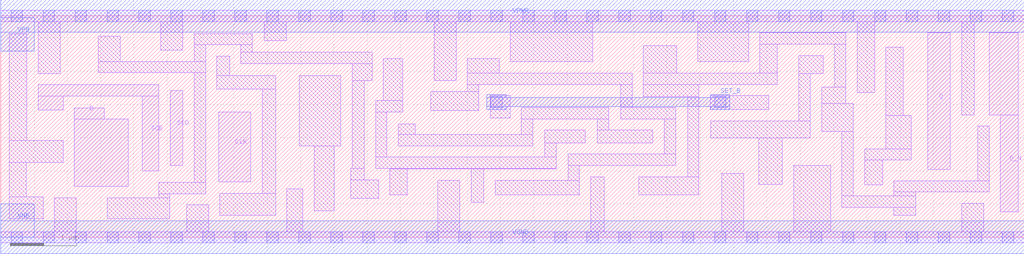
<source format=lef>
# Copyright 2020 The SkyWater PDK Authors
#
# Licensed under the Apache License, Version 2.0 (the "License");
# you may not use this file except in compliance with the License.
# You may obtain a copy of the License at
#
#     https://www.apache.org/licenses/LICENSE-2.0
#
# Unless required by applicable law or agreed to in writing, software
# distributed under the License is distributed on an "AS IS" BASIS,
# WITHOUT WARRANTIES OR CONDITIONS OF ANY KIND, either express or implied.
# See the License for the specific language governing permissions and
# limitations under the License.
#
# SPDX-License-Identifier: Apache-2.0

VERSION 5.5 ;
NAMESCASESENSITIVE ON ;
BUSBITCHARS "[]" ;
DIVIDERCHAR "/" ;
MACRO sky130_fd_sc_lp__sdfsbp_1
  CLASS CORE ;
  SOURCE USER ;
  ORIGIN  0.000000  0.000000 ;
  SIZE  15.36000 BY  3.330000 ;
  SYMMETRY X Y R90 ;
  SITE unit ;
  PIN D
    ANTENNAGATEAREA  0.159000 ;
    DIRECTION INPUT ;
    USE SIGNAL ;
    PORT
      LAYER li1 ;
        RECT 1.105000 0.765000 1.915000 1.775000 ;
        RECT 1.105000 1.775000 1.555000 1.945000 ;
    END
  END D
  PIN Q
    ANTENNADIFFAREA  0.573300 ;
    DIRECTION OUTPUT ;
    USE SIGNAL ;
    PORT
      LAYER li1 ;
        RECT 13.915000 1.020000 14.250000 3.075000 ;
    END
  END Q
  PIN Q_N
    ANTENNADIFFAREA  0.556500 ;
    DIRECTION OUTPUT ;
    USE SIGNAL ;
    PORT
      LAYER li1 ;
        RECT 14.835000 1.840000 15.275000 3.075000 ;
        RECT 15.005000 0.380000 15.275000 1.840000 ;
    END
  END Q_N
  PIN SCD
    ANTENNAGATEAREA  0.159000 ;
    DIRECTION INPUT ;
    USE SIGNAL ;
    PORT
      LAYER li1 ;
        RECT 2.545000 1.080000 2.735000 2.205000 ;
    END
  END SCD
  PIN SCE
    ANTENNAGATEAREA  0.318000 ;
    DIRECTION INPUT ;
    USE SIGNAL ;
    PORT
      LAYER li1 ;
        RECT 0.560000 1.915000 0.935000 2.125000 ;
        RECT 0.560000 2.125000 2.375000 2.295000 ;
        RECT 2.125000 0.995000 2.375000 2.125000 ;
    END
  END SCE
  PIN SET_B
    ANTENNAPARTIALMETALSIDEAREA  2.541000 ;
    DIRECTION INPUT ;
    USE SIGNAL ;
    PORT
      LAYER met1 ;
        RECT  7.295000 1.920000  7.585000 1.965000 ;
        RECT  7.295000 1.965000 10.945000 2.105000 ;
        RECT  7.295000 2.105000  7.585000 2.150000 ;
        RECT 10.655000 1.920000 10.945000 1.965000 ;
        RECT 10.655000 2.105000 10.945000 2.150000 ;
    END
  END SET_B
  PIN CLK
    ANTENNAGATEAREA  0.159000 ;
    DIRECTION INPUT ;
    USE CLOCK ;
    PORT
      LAYER li1 ;
        RECT 3.275000 0.830000 3.755000 1.885000 ;
    END
  END CLK
  PIN VGND
    DIRECTION INOUT ;
    USE GROUND ;
    PORT
      LAYER met1 ;
        RECT 0.000000 -0.245000 15.360000 0.245000 ;
    END
  END VGND
  PIN VNB
    DIRECTION INOUT ;
    USE GROUND ;
    PORT
    END
  END VNB
  PIN VPB
    DIRECTION INOUT ;
    USE POWER ;
    PORT
    END
  END VPB
  PIN VNB
    DIRECTION INOUT ;
    USE GROUND ;
    PORT
      LAYER met1 ;
        RECT 0.000000 0.000000 0.500000 0.500000 ;
    END
  END VNB
  PIN VPB
    DIRECTION INOUT ;
    USE POWER ;
    PORT
      LAYER met1 ;
        RECT 0.000000 2.800000 0.500000 3.300000 ;
    END
  END VPB
  PIN VPWR
    DIRECTION INOUT ;
    USE POWER ;
    PORT
      LAYER met1 ;
        RECT 0.000000 3.085000 15.360000 3.575000 ;
    END
  END VPWR
  OBS
    LAYER li1 ;
      RECT  0.000000 -0.085000 15.360000 0.085000 ;
      RECT  0.000000  3.245000 15.360000 3.415000 ;
      RECT  0.130000  0.280000  0.635000 0.610000 ;
      RECT  0.130000  0.610000  0.380000 1.125000 ;
      RECT  0.130000  1.125000  0.935000 1.455000 ;
      RECT  0.130000  1.455000  0.390000 3.065000 ;
      RECT  0.560000  2.465000  0.890000 3.245000 ;
      RECT  0.805000  0.085000  1.135000 0.595000 ;
      RECT  1.460000  2.475000  3.075000 2.645000 ;
      RECT  1.460000  2.645000  1.790000 3.025000 ;
      RECT  1.595000  0.280000  2.540000 0.595000 ;
      RECT  2.370000  0.595000  2.540000 0.655000 ;
      RECT  2.370000  0.655000  3.075000 0.825000 ;
      RECT  2.405000  2.815000  2.735000 3.245000 ;
      RECT  2.790000  0.085000  3.120000 0.485000 ;
      RECT  2.905000  0.825000  3.075000 2.475000 ;
      RECT  2.905000  2.645000  3.075000 2.895000 ;
      RECT  2.905000  2.895000  3.775000 3.065000 ;
      RECT  3.245000  2.230000  4.125000 2.435000 ;
      RECT  3.245000  2.435000  3.435000 2.725000 ;
      RECT  3.290000  0.330000  4.125000 0.660000 ;
      RECT  3.605000  2.615000  5.575000 2.785000 ;
      RECT  3.605000  2.785000  3.775000 2.895000 ;
      RECT  3.925000  0.660000  4.125000 2.230000 ;
      RECT  3.955000  2.955000  4.285000 3.245000 ;
      RECT  4.295000  0.085000  4.535000 0.730000 ;
      RECT  4.480000  1.375000  5.105000 2.435000 ;
      RECT  4.705000  0.400000  5.005000 1.375000 ;
      RECT  5.255000  0.585000  5.670000 0.865000 ;
      RECT  5.255000  0.865000  5.455000 1.035000 ;
      RECT  5.275000  1.035000  5.455000 2.360000 ;
      RECT  5.275000  2.360000  5.575000 2.615000 ;
      RECT  5.625000  1.035000  8.335000 1.205000 ;
      RECT  5.625000  1.205000  5.795000 1.885000 ;
      RECT  5.625000  1.885000  6.035000 2.055000 ;
      RECT  5.745000  2.055000  6.035000 2.690000 ;
      RECT  5.840000  0.640000  6.100000 1.025000 ;
      RECT  5.840000  1.025000  8.335000 1.035000 ;
      RECT  5.965000  1.375000  7.985000 1.545000 ;
      RECT  5.965000  1.545000  6.225000 1.705000 ;
      RECT  6.455000  1.905000  7.175000 2.190000 ;
      RECT  6.505000  2.360000  6.835000 3.245000 ;
      RECT  6.560000  0.085000  6.890000 0.855000 ;
      RECT  7.005000  2.190000  7.175000 2.300000 ;
      RECT  7.005000  2.300000  9.475000 2.470000 ;
      RECT  7.005000  2.470000  7.480000 2.690000 ;
      RECT  7.060000  0.525000  7.250000 1.025000 ;
      RECT  7.345000  1.790000  7.645000 2.130000 ;
      RECT  7.420000  0.635000  8.685000 0.855000 ;
      RECT  7.650000  2.640000  8.885000 3.245000 ;
      RECT  7.815000  1.545000  7.985000 1.780000 ;
      RECT  7.815000  1.780000  9.125000 1.950000 ;
      RECT  8.165000  1.205000  8.335000 1.420000 ;
      RECT  8.165000  1.420000  8.775000 1.610000 ;
      RECT  8.515000  0.855000  8.685000 1.080000 ;
      RECT  8.515000  1.080000 10.130000 1.250000 ;
      RECT  8.855000  0.085000  9.055000 0.910000 ;
      RECT  8.955000  1.420000  9.790000 1.610000 ;
      RECT  8.955000  1.610000  9.125000 1.780000 ;
      RECT  9.305000  1.780000 10.130000 1.950000 ;
      RECT  9.305000  1.950000  9.475000 2.300000 ;
      RECT  9.575000  0.640000 10.480000 0.910000 ;
      RECT  9.645000  2.120000 10.480000 2.300000 ;
      RECT  9.645000  2.300000 11.655000 2.470000 ;
      RECT  9.645000  2.470000 10.150000 2.880000 ;
      RECT  9.960000  1.250000 10.130000 1.780000 ;
      RECT 10.310000  0.910000 10.480000 2.120000 ;
      RECT 10.460000  2.640000 11.225000 3.245000 ;
      RECT 10.650000  1.920000 11.530000 2.130000 ;
      RECT 10.660000  1.495000 12.150000 1.750000 ;
      RECT 10.820000  0.085000 11.150000 0.960000 ;
      RECT 11.375000  0.795000 11.730000 1.495000 ;
      RECT 11.395000  2.470000 11.655000 2.905000 ;
      RECT 11.395000  2.905000 12.685000 3.075000 ;
      RECT 11.900000  0.085000 12.455000 1.080000 ;
      RECT 11.975000  1.750000 12.150000 2.465000 ;
      RECT 11.975000  2.465000 12.345000 2.735000 ;
      RECT 12.320000  1.590000 12.795000 2.010000 ;
      RECT 12.320000  2.010000 12.685000 2.260000 ;
      RECT 12.515000  2.260000 12.685000 2.905000 ;
      RECT 12.625000  0.450000 13.735000 0.620000 ;
      RECT 12.625000  0.620000 12.795000 1.590000 ;
      RECT 12.855000  2.180000 13.115000 3.245000 ;
      RECT 12.965000  0.790000 13.235000 1.160000 ;
      RECT 12.965000  1.160000 13.665000 1.330000 ;
      RECT 13.285000  1.330000 13.665000 1.830000 ;
      RECT 13.285000  1.830000 13.545000 2.860000 ;
      RECT 13.405000  0.330000 13.735000 0.450000 ;
      RECT 13.405000  0.620000 13.735000 0.680000 ;
      RECT 13.405000  0.680000 14.835000 0.850000 ;
      RECT 14.425000  0.085000 14.755000 0.510000 ;
      RECT 14.425000  1.840000 14.615000 3.245000 ;
      RECT 14.665000  0.850000 14.835000 1.670000 ;
    LAYER mcon ;
      RECT  0.155000 -0.085000  0.325000 0.085000 ;
      RECT  0.155000  3.245000  0.325000 3.415000 ;
      RECT  0.635000 -0.085000  0.805000 0.085000 ;
      RECT  0.635000  3.245000  0.805000 3.415000 ;
      RECT  1.115000 -0.085000  1.285000 0.085000 ;
      RECT  1.115000  3.245000  1.285000 3.415000 ;
      RECT  1.595000 -0.085000  1.765000 0.085000 ;
      RECT  1.595000  3.245000  1.765000 3.415000 ;
      RECT  2.075000 -0.085000  2.245000 0.085000 ;
      RECT  2.075000  3.245000  2.245000 3.415000 ;
      RECT  2.555000 -0.085000  2.725000 0.085000 ;
      RECT  2.555000  3.245000  2.725000 3.415000 ;
      RECT  3.035000 -0.085000  3.205000 0.085000 ;
      RECT  3.035000  3.245000  3.205000 3.415000 ;
      RECT  3.515000 -0.085000  3.685000 0.085000 ;
      RECT  3.515000  3.245000  3.685000 3.415000 ;
      RECT  3.995000 -0.085000  4.165000 0.085000 ;
      RECT  3.995000  3.245000  4.165000 3.415000 ;
      RECT  4.475000 -0.085000  4.645000 0.085000 ;
      RECT  4.475000  3.245000  4.645000 3.415000 ;
      RECT  4.955000 -0.085000  5.125000 0.085000 ;
      RECT  4.955000  3.245000  5.125000 3.415000 ;
      RECT  5.435000 -0.085000  5.605000 0.085000 ;
      RECT  5.435000  3.245000  5.605000 3.415000 ;
      RECT  5.915000 -0.085000  6.085000 0.085000 ;
      RECT  5.915000  3.245000  6.085000 3.415000 ;
      RECT  6.395000 -0.085000  6.565000 0.085000 ;
      RECT  6.395000  3.245000  6.565000 3.415000 ;
      RECT  6.875000 -0.085000  7.045000 0.085000 ;
      RECT  6.875000  3.245000  7.045000 3.415000 ;
      RECT  7.355000 -0.085000  7.525000 0.085000 ;
      RECT  7.355000  1.950000  7.525000 2.120000 ;
      RECT  7.355000  3.245000  7.525000 3.415000 ;
      RECT  7.835000 -0.085000  8.005000 0.085000 ;
      RECT  7.835000  3.245000  8.005000 3.415000 ;
      RECT  8.315000 -0.085000  8.485000 0.085000 ;
      RECT  8.315000  3.245000  8.485000 3.415000 ;
      RECT  8.795000 -0.085000  8.965000 0.085000 ;
      RECT  8.795000  3.245000  8.965000 3.415000 ;
      RECT  9.275000 -0.085000  9.445000 0.085000 ;
      RECT  9.275000  3.245000  9.445000 3.415000 ;
      RECT  9.755000 -0.085000  9.925000 0.085000 ;
      RECT  9.755000  3.245000  9.925000 3.415000 ;
      RECT 10.235000 -0.085000 10.405000 0.085000 ;
      RECT 10.235000  3.245000 10.405000 3.415000 ;
      RECT 10.715000 -0.085000 10.885000 0.085000 ;
      RECT 10.715000  1.950000 10.885000 2.120000 ;
      RECT 10.715000  3.245000 10.885000 3.415000 ;
      RECT 11.195000 -0.085000 11.365000 0.085000 ;
      RECT 11.195000  3.245000 11.365000 3.415000 ;
      RECT 11.675000 -0.085000 11.845000 0.085000 ;
      RECT 11.675000  3.245000 11.845000 3.415000 ;
      RECT 12.155000 -0.085000 12.325000 0.085000 ;
      RECT 12.155000  3.245000 12.325000 3.415000 ;
      RECT 12.635000 -0.085000 12.805000 0.085000 ;
      RECT 12.635000  3.245000 12.805000 3.415000 ;
      RECT 13.115000 -0.085000 13.285000 0.085000 ;
      RECT 13.115000  3.245000 13.285000 3.415000 ;
      RECT 13.595000 -0.085000 13.765000 0.085000 ;
      RECT 13.595000  3.245000 13.765000 3.415000 ;
      RECT 14.075000 -0.085000 14.245000 0.085000 ;
      RECT 14.075000  3.245000 14.245000 3.415000 ;
      RECT 14.555000 -0.085000 14.725000 0.085000 ;
      RECT 14.555000  3.245000 14.725000 3.415000 ;
      RECT 15.035000 -0.085000 15.205000 0.085000 ;
      RECT 15.035000  3.245000 15.205000 3.415000 ;
  END
END sky130_fd_sc_lp__sdfsbp_1
END LIBRARY

</source>
